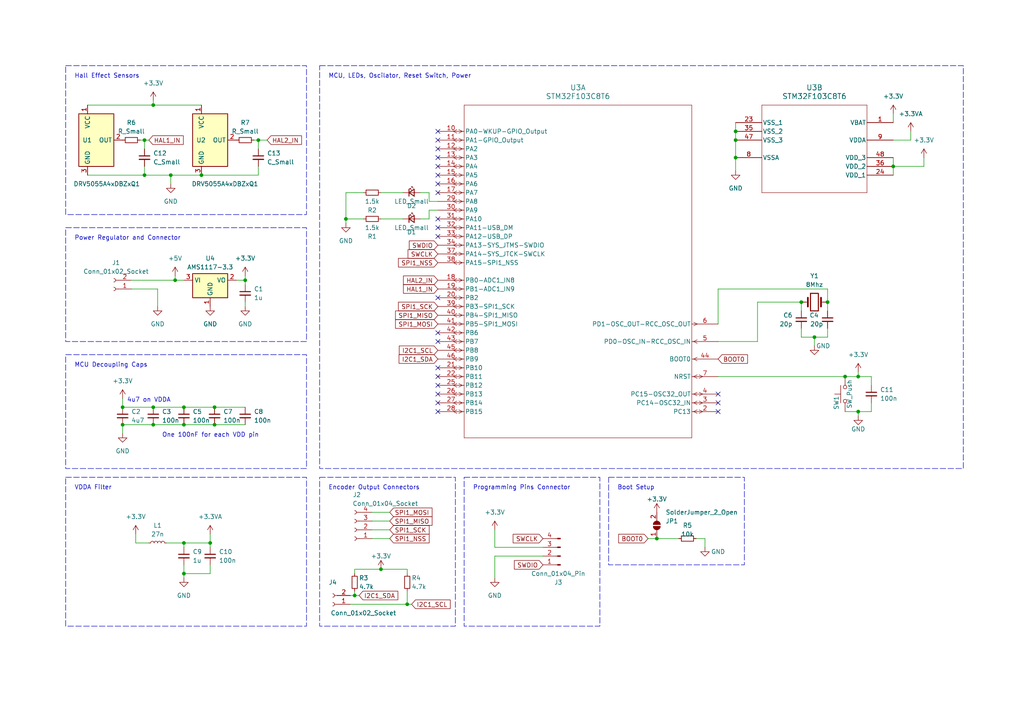
<source format=kicad_sch>
(kicad_sch (version 20230121) (generator eeschema)
  (paper "A4")
  (title_block (title "Mag Encoder ") (date "2024-09-25") (rev "0.1") (company "Victor Zhang"))
  (lib_symbols
    (symbol "Conn_01x02_Socket_1" (pin_names (offset 1.016) hide)
      (property "Reference" "J1" (at -0.635 -7.62 0))
      (property "Value" "Conn_01x02_Socket" (at -0.635 -5.08 0))
      (symbol "Conn_01x02_Socket_1_1_1"
        (arc (start 0 -2.032) (mid -0.5058 -2.54) (end 0 -3.048) (stroke (width 0.1524)))
        (polyline (pts (xy -1.27 -2.54) (xy -0.508 -2.54)) (stroke (width 0.1524)))
        (polyline (pts (xy -1.27 0) (xy -0.508 0)) (stroke (width 0.1524)))
        (arc (start 0 0.508) (mid -0.5058 0) (end 0 -0.508) (stroke (width 0.1524)))
        (pin power_out line (at -5.08 0 0) (length 3.81) (name "Pin_1") (number "1"))
        (pin power_out line (at -5.08 -2.54 0) (length 3.81) (name "Pin_2") (number "2"))
      )
    )
    (symbol "Connector:Conn_01x02_Socket" (pin_names (offset 1.016) hide)
      (property "Reference" "J" (at 0 2.54 0))
      (property "Value" "Conn_01x02_Socket" (at 0 -5.08 0))
      (symbol "Conn_01x02_Socket_1_1"
        (arc (start 0 -2.032) (mid -0.5058 -2.54) (end 0 -3.048) (stroke (width 0.1524)))
        (polyline (pts (xy -1.27 -2.54) (xy -0.508 -2.54)) (stroke (width 0.1524)))
        (polyline (pts (xy -1.27 0) (xy -0.508 0)) (stroke (width 0.1524)))
        (arc (start 0 0.508) (mid -0.5058 0) (end 0 -0.508) (stroke (width 0.1524)))
        (pin passive line (at -5.08 0 0) (length 3.81) (name "Pin_1") (number "1"))
        (pin passive line (at -5.08 -2.54 0) (length 3.81) (name "Pin_2") (number "2"))
      )
    )
    (symbol "Connector:Conn_01x04_Pin" (pin_names (offset 1.016) hide)
      (property "Reference" "J" (at 0 5.08 0))
      (property "Value" "Conn_01x04_Pin" (at 0 -7.62 0))
      (symbol "Conn_01x04_Pin_1_1"
        (polyline (pts (xy 1.27 -5.08) (xy 0.8636 -5.08)) (stroke (width 0.1524)))
        (polyline (pts (xy 1.27 -2.54) (xy 0.8636 -2.54)) (stroke (width 0.1524)))
        (polyline (pts (xy 1.27 0) (xy 0.8636 0)) (stroke (width 0.1524)))
        (polyline (pts (xy 1.27 2.54) (xy 0.8636 2.54)) (stroke (width 0.1524)))
        (rectangle (start 0.8636 -4.953) (end 0 -5.207) (stroke (width 0.1524)) (fill (type outline)))
        (rectangle (start 0.8636 -2.413) (end 0 -2.667) (stroke (width 0.1524)) (fill (type outline)))
        (rectangle (start 0.8636 0.127) (end 0 -0.127) (stroke (width 0.1524)) (fill (type outline)))
        (rectangle (start 0.8636 2.667) (end 0 2.413) (stroke (width 0.1524)) (fill (type outline)))
        (pin passive line (at 5.08 2.54 180) (length 3.81) (name "Pin_1") (number "1"))
        (pin passive line (at 5.08 0 180) (length 3.81) (name "Pin_2") (number "2"))
        (pin passive line (at 5.08 -2.54 180) (length 3.81) (name "Pin_3") (number "3"))
        (pin passive line (at 5.08 -5.08 180) (length 3.81) (name "Pin_4") (number "4"))
      )
    )
    (symbol "Connector:Conn_01x04_Socket" (pin_names (offset 1.016) hide)
      (property "Reference" "J" (at 0 5.08 0))
      (property "Value" "Conn_01x04_Socket" (at 0 -7.62 0))
      (symbol "Conn_01x04_Socket_1_1"
        (arc (start 0 -4.572) (mid -0.5058 -5.08) (end 0 -5.588) (stroke (width 0.1524)))
        (arc (start 0 -2.032) (mid -0.5058 -2.54) (end 0 -3.048) (stroke (width 0.1524)))
        (polyline (pts (xy -1.27 -5.08) (xy -0.508 -5.08)) (stroke (width 0.1524)))
        (polyline (pts (xy -1.27 -2.54) (xy -0.508 -2.54)) (stroke (width 0.1524)))
        (polyline (pts (xy -1.27 0) (xy -0.508 0)) (stroke (width 0.1524)))
        (polyline (pts (xy -1.27 2.54) (xy -0.508 2.54)) (stroke (width 0.1524)))
        (arc (start 0 0.508) (mid -0.5058 0) (end 0 -0.508) (stroke (width 0.1524)))
        (arc (start 0 3.048) (mid -0.5058 2.54) (end 0 2.032) (stroke (width 0.1524)))
        (pin passive line (at -5.08 2.54 0) (length 3.81) (name "Pin_1") (number "1"))
        (pin passive line (at -5.08 0 0) (length 3.81) (name "Pin_2") (number "2"))
        (pin passive line (at -5.08 -2.54 0) (length 3.81) (name "Pin_3") (number "3"))
        (pin passive line (at -5.08 -5.08 0) (length 3.81) (name "Pin_4") (number "4"))
      )
    )
    (symbol "Device:C_Small" (pin_numbers hide) (pin_names (offset 0.254) hide)
      (property "Reference" "C" (at 0.254 1.778 0))
      (property "Value" "C_Small" (at 0.254 -2.032 0))
      (symbol "C_Small_0_1"
        (polyline (pts (xy -1.524 -0.508) (xy 1.524 -0.508)) (stroke (width 0.3302)))
        (polyline (pts (xy -1.524 0.508) (xy 1.524 0.508)) (stroke (width 0.3048)))
      )
      (symbol "C_Small_1_1"
        (pin passive line (at 0 2.54 270) (length 2.032) (name "~") (number "1"))
        (pin passive line (at 0 -2.54 90) (length 2.032) (name "~") (number "2"))
      )
    )
    (symbol "Device:Crystal" (pin_numbers hide) (pin_names (offset 1.016) hide)
      (property "Reference" "Y" (at 0 3.81 0))
      (property "Value" "Crystal" (at 0 -3.81 0))
      (symbol "Crystal_0_1"
        (rectangle (start -1.143 2.54) (end 1.143 -2.54) (stroke (width 0.3048)))
        (polyline (pts (xy -2.54 0) (xy -1.905 0)))
        (polyline (pts (xy -1.905 -1.27) (xy -1.905 1.27)) (stroke (width 0.508)))
        (polyline (pts (xy 1.905 -1.27) (xy 1.905 1.27)) (stroke (width 0.508)))
        (polyline (pts (xy 2.54 0) (xy 1.905 0)))
      )
      (symbol "Crystal_1_1"
        (pin passive line (at -3.81 0 0) (length 1.27) (name "1") (number "1"))
        (pin passive line (at 3.81 0 180) (length 1.27) (name "2") (number "2"))
      )
    )
    (symbol "Device:LED_Small" (pin_numbers hide) (pin_names (offset 0.254) hide)
      (property "Reference" "D" (at -1.27 3.175 0))
      (property "Value" "LED_Small" (at -4.445 -2.54 0))
      (symbol "LED_Small_0_1"
        (polyline (pts (xy -0.762 -1.016) (xy -0.762 1.016)) (stroke (width 0.254)))
        (polyline (pts (xy 1.016 0) (xy -0.762 0)))
        (polyline (pts (xy 0.762 -1.016) (xy -0.762 0) (xy 0.762 1.016) (xy 0.762 -1.016)) (stroke (width 0.254)))
        (polyline (pts (xy 0 0.762) (xy -0.508 1.27) (xy -0.254 1.27) (xy -0.508 1.27) (xy -0.508 1.016)))
        (polyline (pts (xy 0.508 1.27) (xy 0 1.778) (xy 0.254 1.778) (xy 0 1.778) (xy 0 1.524)))
      )
      (symbol "LED_Small_1_1"
        (pin passive line (at -2.54 0 0) (length 1.778) (name "K") (number "1"))
        (pin passive line (at 2.54 0 180) (length 1.778) (name "A") (number "2"))
      )
    )
    (symbol "Device:L_Small" (pin_numbers hide) (pin_names (offset 0.254) hide)
      (property "Reference" "L" (at 0.762 1.016 0))
      (property "Value" "L_Small" (at 0.762 -1.016 0))
      (symbol "L_Small_0_1"
        (arc (start 0 -2.032) (mid 0.5058 -1.524) (end 0 -1.016))
        (arc (start 0 -1.016) (mid 0.5058 -0.508) (end 0 0))
        (arc (start 0 0) (mid 0.5058 0.508) (end 0 1.016))
        (arc (start 0 1.016) (mid 0.5058 1.524) (end 0 2.032))
      )
      (symbol "L_Small_1_1"
        (pin passive line (at 0 2.54 270) (length 0.508) (name "~") (number "1"))
        (pin passive line (at 0 -2.54 90) (length 0.508) (name "~") (number "2"))
      )
    )
    (symbol "Device:R_Small" (pin_numbers hide) (pin_names (offset 0.254) hide)
      (property "Reference" "R" (at 0.762 0.508 0))
      (property "Value" "R_Small" (at 0.762 -1.016 0))
      (symbol "R_Small_0_1"
        (rectangle (start -0.762 1.778) (end 0.762 -1.778) (stroke (width 0.2032)))
      )
      (symbol "R_Small_1_1"
        (pin passive line (at 0 2.54 270) (length 0.762) (name "~") (number "1"))
        (pin passive line (at 0 -2.54 90) (length 0.762) (name "~") (number "2"))
      )
    )
    (symbol "Jumper:SolderJumper_2_Open" (pin_names (offset 0) hide)
      (property "Reference" "JP" (at 0 2.032 0))
      (property "Value" "SolderJumper_2_Open" (at 0 -2.54 0))
      (symbol "SolderJumper_2_Open_0_1"
        (arc (start -0.254 1.016) (mid -1.2656 0) (end -0.254 -1.016))
        (arc (start -0.254 1.016) (mid -1.2656 0) (end -0.254 -1.016) (fill (type outline)))
        (polyline (pts (xy -0.254 1.016) (xy -0.254 -1.016)))
        (polyline (pts (xy 0.254 1.016) (xy 0.254 -1.016)))
        (arc (start 0.254 -1.016) (mid 1.2656 0) (end 0.254 1.016))
        (arc (start 0.254 -1.016) (mid 1.2656 0) (end 0.254 1.016) (fill (type outline)))
      )
      (symbol "SolderJumper_2_Open_1_1"
        (pin passive line (at -3.81 0 0) (length 2.54) (name "A") (number "1"))
        (pin passive line (at 3.81 0 180) (length 2.54) (name "B") (number "2"))
      )
    )
    (symbol "Regulator_Linear:AMS1117-3.3"
      (property "Reference" "U" (at -3.81 3.175 0))
      (property "Value" "AMS1117-3.3" (at 0 3.175 0))
      (symbol "AMS1117-3.3_0_1"
        (rectangle (start -5.08 -5.08) (end 5.08 1.905) (stroke (width 0.254)) (fill (type background)))
      )
      (symbol "AMS1117-3.3_1_1"
        (pin power_in line (at 0 -7.62 90) (length 2.54) (name "GND") (number "1"))
        (pin power_out line (at 7.62 0 180) (length 2.54) (name "VO") (number "2"))
        (pin power_in line (at -7.62 0 0) (length 2.54) (name "VI") (number "3"))
      )
    )
    (symbol "STM32F103C8T6:STM32F103C8T6" (pin_names (offset 0.254))
      (property "Reference" "U" (at 40.64 12.7 0))
      (property "Value" "STM32F103C8T6" (at 40.64 10.16 0))
      (symbol "STM32F103C8T6_1_1"
        (polyline (pts (xy 5.5372 -81.8007) (xy 4.4958 -81.28)) (stroke (width 0.127)))
        (polyline (pts (xy 5.5372 -80.7593) (xy 4.4958 -81.28)) (stroke (width 0.127)))
        (polyline (pts (xy 5.5372 -79.2607) (xy 4.4958 -78.74)) (stroke (width 0.127)))
        (polyline (pts (xy 5.5372 -78.2193) (xy 4.4958 -78.74)) (stroke (width 0.127)))
        (polyline (pts (xy 5.5372 -76.7207) (xy 4.4958 -76.2)) (stroke (width 0.127)))
        (polyline (pts (xy 5.5372 -75.6793) (xy 4.4958 -76.2)) (stroke (width 0.127)))
        (polyline (pts (xy 5.5372 -74.1807) (xy 4.4958 -73.66)) (stroke (width 0.127)))
        (polyline (pts (xy 5.5372 -73.1393) (xy 4.4958 -73.66)) (stroke (width 0.127)))
        (polyline (pts (xy 5.5372 -71.6407) (xy 4.4958 -71.12)) (stroke (width 0.127)))
        (polyline (pts (xy 5.5372 -70.5993) (xy 4.4958 -71.12)) (stroke (width 0.127)))
        (polyline (pts (xy 5.5372 -69.1007) (xy 4.4958 -68.58)) (stroke (width 0.127)))
        (polyline (pts (xy 5.5372 -68.0593) (xy 4.4958 -68.58)) (stroke (width 0.127)))
        (polyline (pts (xy 5.5372 -66.5607) (xy 4.4958 -66.04)) (stroke (width 0.127)))
        (polyline (pts (xy 5.5372 -65.5193) (xy 4.4958 -66.04)) (stroke (width 0.127)))
        (polyline (pts (xy 5.5372 -64.0207) (xy 4.4958 -63.5)) (stroke (width 0.127)))
        (polyline (pts (xy 5.5372 -62.9793) (xy 4.4958 -63.5)) (stroke (width 0.127)))
        (polyline (pts (xy 5.5372 -61.4807) (xy 4.4958 -60.96)) (stroke (width 0.127)))
        (polyline (pts (xy 5.5372 -60.4393) (xy 4.4958 -60.96)) (stroke (width 0.127)))
        (polyline (pts (xy 5.5372 -58.9407) (xy 4.4958 -58.42)) (stroke (width 0.127)))
        (polyline (pts (xy 5.5372 -57.8993) (xy 4.4958 -58.42)) (stroke (width 0.127)))
        (polyline (pts (xy 5.5372 -56.4007) (xy 4.4958 -55.88)) (stroke (width 0.127)))
        (polyline (pts (xy 5.5372 -55.3593) (xy 4.4958 -55.88)) (stroke (width 0.127)))
        (polyline (pts (xy 5.5372 -53.8607) (xy 4.4958 -53.34)) (stroke (width 0.127)))
        (polyline (pts (xy 5.5372 -52.8193) (xy 4.4958 -53.34)) (stroke (width 0.127)))
        (polyline (pts (xy 5.5372 -51.3207) (xy 4.4958 -50.8)) (stroke (width 0.127)))
        (polyline (pts (xy 5.5372 -50.2793) (xy 4.4958 -50.8)) (stroke (width 0.127)))
        (polyline (pts (xy 5.5372 -48.7807) (xy 4.4958 -48.26)) (stroke (width 0.127)))
        (polyline (pts (xy 5.5372 -47.7393) (xy 4.4958 -48.26)) (stroke (width 0.127)))
        (polyline (pts (xy 5.5372 -46.2407) (xy 4.4958 -45.72)) (stroke (width 0.127)))
        (polyline (pts (xy 5.5372 -45.1993) (xy 4.4958 -45.72)) (stroke (width 0.127)))
        (polyline (pts (xy 5.5372 -43.7007) (xy 4.4958 -43.18)) (stroke (width 0.127)))
        (polyline (pts (xy 5.5372 -42.6593) (xy 4.4958 -43.18)) (stroke (width 0.127)))
        (polyline (pts (xy 5.5372 -38.6207) (xy 4.4958 -38.1)) (stroke (width 0.127)))
        (polyline (pts (xy 5.5372 -37.5793) (xy 4.4958 -38.1)) (stroke (width 0.127)))
        (polyline (pts (xy 5.5372 -36.0807) (xy 4.4958 -35.56)) (stroke (width 0.127)))
        (polyline (pts (xy 5.5372 -35.0393) (xy 4.4958 -35.56)) (stroke (width 0.127)))
        (polyline (pts (xy 5.5372 -33.5407) (xy 4.4958 -33.02)) (stroke (width 0.127)))
        (polyline (pts (xy 5.5372 -32.4993) (xy 4.4958 -33.02)) (stroke (width 0.127)))
        (polyline (pts (xy 5.5372 -31.0007) (xy 4.4958 -30.48)) (stroke (width 0.127)))
        (polyline (pts (xy 5.5372 -29.9593) (xy 4.4958 -30.48)) (stroke (width 0.127)))
        (polyline (pts (xy 5.5372 -28.4607) (xy 4.4958 -27.94)) (stroke (width 0.127)))
        (polyline (pts (xy 5.5372 -27.4193) (xy 4.4958 -27.94)) (stroke (width 0.127)))
        (polyline (pts (xy 5.5372 -25.9207) (xy 4.4958 -25.4)) (stroke (width 0.127)))
        (polyline (pts (xy 5.5372 -24.8793) (xy 4.4958 -25.4)) (stroke (width 0.127)))
        (polyline (pts (xy 5.5372 -23.3807) (xy 4.4958 -22.86)) (stroke (width 0.127)))
        (polyline (pts (xy 5.5372 -22.3393) (xy 4.4958 -22.86)) (stroke (width 0.127)))
        (polyline (pts (xy 5.5372 -20.8407) (xy 4.4958 -20.32)) (stroke (width 0.127)))
        (polyline (pts (xy 5.5372 -19.7993) (xy 4.4958 -20.32)) (stroke (width 0.127)))
        (polyline (pts (xy 5.5372 -18.3007) (xy 4.4958 -17.78)) (stroke (width 0.127)))
        (polyline (pts (xy 5.5372 -17.2593) (xy 4.4958 -17.78)) (stroke (width 0.127)))
        (polyline (pts (xy 5.5372 -15.7607) (xy 4.4958 -15.24)) (stroke (width 0.127)))
        (polyline (pts (xy 5.5372 -14.7193) (xy 4.4958 -15.24)) (stroke (width 0.127)))
        (polyline (pts (xy 5.5372 -13.2207) (xy 4.4958 -12.7)) (stroke (width 0.127)))
        (polyline (pts (xy 5.5372 -12.1793) (xy 4.4958 -12.7)) (stroke (width 0.127)))
        (polyline (pts (xy 5.5372 -10.6807) (xy 4.4958 -10.16)) (stroke (width 0.127)))
        (polyline (pts (xy 5.5372 -9.6393) (xy 4.4958 -10.16)) (stroke (width 0.127)))
        (polyline (pts (xy 5.5372 -8.1407) (xy 4.4958 -7.62)) (stroke (width 0.127)))
        (polyline (pts (xy 5.5372 -7.0993) (xy 4.4958 -7.62)) (stroke (width 0.127)))
        (polyline (pts (xy 5.5372 -5.6007) (xy 4.4958 -5.08)) (stroke (width 0.127)))
        (polyline (pts (xy 5.5372 -4.5593) (xy 4.4958 -5.08)) (stroke (width 0.127)))
        (polyline (pts (xy 5.5372 -3.0607) (xy 4.4958 -2.54)) (stroke (width 0.127)))
        (polyline (pts (xy 5.5372 -2.0193) (xy 4.4958 -2.54)) (stroke (width 0.127)))
        (polyline (pts (xy 5.5372 -0.5207) (xy 4.4958 0)) (stroke (width 0.127)))
        (polyline (pts (xy 5.5372 0.5207) (xy 4.4958 0)) (stroke (width 0.127)))
        (polyline (pts (xy 7.0993 -81.28) (xy 6.0579 -81.8007)) (stroke (width 0.127)))
        (polyline (pts (xy 7.0993 -81.28) (xy 6.0579 -80.7593)) (stroke (width 0.127)))
        (polyline (pts (xy 7.0993 -78.74) (xy 6.0579 -79.2607)) (stroke (width 0.127)))
        (polyline (pts (xy 7.0993 -78.74) (xy 6.0579 -78.2193)) (stroke (width 0.127)))
        (polyline (pts (xy 7.0993 -76.2) (xy 6.0579 -76.7207)) (stroke (width 0.127)))
        (polyline (pts (xy 7.0993 -76.2) (xy 6.0579 -75.6793)) (stroke (width 0.127)))
        (polyline (pts (xy 7.0993 -73.66) (xy 6.0579 -74.1807)) (stroke (width 0.127)))
        (polyline (pts (xy 7.0993 -73.66) (xy 6.0579 -73.1393)) (stroke (width 0.127)))
        (polyline (pts (xy 7.0993 -71.12) (xy 6.0579 -71.6407)) (stroke (width 0.127)))
        (polyline (pts (xy 7.0993 -71.12) (xy 6.0579 -70.5993)) (stroke (width 0.127)))
        (polyline (pts (xy 7.0993 -68.58) (xy 6.0579 -69.1007)) (stroke (width 0.127)))
        (polyline (pts (xy 7.0993 -68.58) (xy 6.0579 -68.0593)) (stroke (width 0.127)))
        (polyline (pts (xy 7.0993 -66.04) (xy 6.0579 -66.5607)) (stroke (width 0.127)))
        (polyline (pts (xy 7.0993 -66.04) (xy 6.0579 -65.5193)) (stroke (width 0.127)))
        (polyline (pts (xy 7.0993 -63.5) (xy 6.0579 -64.0207)) (stroke (width 0.127)))
        (polyline (pts (xy 7.0993 -63.5) (xy 6.0579 -62.9793)) (stroke (width 0.127)))
        (polyline (pts (xy 7.0993 -60.96) (xy 6.0579 -61.4807)) (stroke (width 0.127)))
        (polyline (pts (xy 7.0993 -60.96) (xy 6.0579 -60.4393)) (stroke (width 0.127)))
        (polyline (pts (xy 7.0993 -58.42) (xy 6.0579 -58.9407)) (stroke (width 0.127)))
        (polyline (pts (xy 7.0993 -58.42) (xy 6.0579 -57.8993)) (stroke (width 0.127)))
        (polyline (pts (xy 7.0993 -55.88) (xy 6.0579 -56.4007)) (stroke (width 0.127)))
        (polyline (pts (xy 7.0993 -55.88) (xy 6.0579 -55.3593)) (stroke (width 0.127)))
        (polyline (pts (xy 7.0993 -53.34) (xy 6.0579 -53.8607)) (stroke (width 0.127)))
        (polyline (pts (xy 7.0993 -53.34) (xy 6.0579 -52.8193)) (stroke (width 0.127)))
        (polyline (pts (xy 7.0993 -50.8) (xy 6.0579 -51.3207)) (stroke (width 0.127)))
        (polyline (pts (xy 7.0993 -50.8) (xy 6.0579 -50.2793)) (stroke (width 0.127)))
        (polyline (pts (xy 7.0993 -48.26) (xy 6.0579 -48.7807)) (stroke (width 0.127)))
        (polyline (pts (xy 7.0993 -48.26) (xy 6.0579 -47.7393)) (stroke (width 0.127)))
        (polyline (pts (xy 7.0993 -45.72) (xy 6.0579 -46.2407)) (stroke (width 0.127)))
        (polyline (pts (xy 7.0993 -45.72) (xy 6.0579 -45.1993)) (stroke (width 0.127)))
        (polyline (pts (xy 7.0993 -43.18) (xy 6.0579 -43.7007)) (stroke (width 0.127)))
        (polyline (pts (xy 7.0993 -43.18) (xy 6.0579 -42.6593)) (stroke (width 0.127)))
        (polyline (pts (xy 7.0993 -38.1) (xy 6.0579 -38.6207)) (stroke (width 0.127)))
        (polyline (pts (xy 7.0993 -38.1) (xy 6.0579 -37.5793)) (stroke (width 0.127)))
        (polyline (pts (xy 7.0993 -35.56) (xy 6.0579 -36.0807)) (stroke (width 0.127)))
        (polyline (pts (xy 7.0993 -35.56) (xy 6.0579 -35.0393)) (stroke (width 0.127)))
        (polyline (pts (xy 7.0993 -33.02) (xy 6.0579 -33.5407)) (stroke (width 0.127)))
        (polyline (pts (xy 7.0993 -33.02) (xy 6.0579 -32.4993)) (stroke (width 0.127)))
        (polyline (pts (xy 7.0993 -30.48) (xy 6.0579 -31.0007)) (stroke (width 0.127)))
        (polyline (pts (xy 7.0993 -30.48) (xy 6.0579 -29.9593)) (stroke (width 0.127)))
        (polyline (pts (xy 7.0993 -27.94) (xy 6.0579 -28.4607)) (stroke (width 0.127)))
        (polyline (pts (xy 7.0993 -27.94) (xy 6.0579 -27.4193)) (stroke (width 0.127)))
        (polyline (pts (xy 7.0993 -25.4) (xy 6.0579 -25.9207)) (stroke (width 0.127)))
        (polyline (pts (xy 7.0993 -25.4) (xy 6.0579 -24.8793)) (stroke (width 0.127)))
        (polyline (pts (xy 7.0993 -22.86) (xy 6.0579 -23.3807)) (stroke (width 0.127)))
        (polyline (pts (xy 7.0993 -22.86) (xy 6.0579 -22.3393)) (stroke (width 0.127)))
        (polyline (pts (xy 7.0993 -20.32) (xy 6.0579 -20.8407)) (stroke (width 0.127)))
        (polyline (pts (xy 7.0993 -20.32) (xy 6.0579 -19.7993)) (stroke (width 0.127)))
        (polyline (pts (xy 7.0993 -17.78) (xy 6.0579 -18.3007)) (stroke (width 0.127)))
        (polyline (pts (xy 7.0993 -17.78) (xy 6.0579 -17.2593)) (stroke (width 0.127)))
        (polyline (pts (xy 7.0993 -15.24) (xy 6.0579 -15.7607)) (stroke (width 0.127)))
        (polyline (pts (xy 7.0993 -15.24) (xy 6.0579 -14.7193)) (stroke (width 0.127)))
        (polyline (pts (xy 7.0993 -12.7) (xy 6.0579 -13.2207)) (stroke (width 0.127)))
        (polyline (pts (xy 7.0993 -12.7) (xy 6.0579 -12.1793)) (stroke (width 0.127)))
        (polyline (pts (xy 7.0993 -10.16) (xy 6.0579 -10.6807)) (stroke (width 0.127)))
        (polyline (pts (xy 7.0993 -10.16) (xy 6.0579 -9.6393)) (stroke (width 0.127)))
        (polyline (pts (xy 7.0993 -7.62) (xy 6.0579 -8.1407)) (stroke (width 0.127)))
        (polyline (pts (xy 7.0993 -7.62) (xy 6.0579 -7.0993)) (stroke (width 0.127)))
        (polyline (pts (xy 7.0993 -5.08) (xy 6.0579 -5.6007)) (stroke (width 0.127)))
        (polyline (pts (xy 7.0993 -5.08) (xy 6.0579 -4.5593)) (stroke (width 0.127)))
        (polyline (pts (xy 7.0993 -2.54) (xy 6.0579 -3.0607)) (stroke (width 0.127)))
        (polyline (pts (xy 7.0993 -2.54) (xy 6.0579 -2.0193)) (stroke (width 0.127)))
        (polyline (pts (xy 7.0993 0) (xy 6.0579 -0.5207)) (stroke (width 0.127)))
        (polyline (pts (xy 7.0993 0) (xy 6.0579 0.5207)) (stroke (width 0.127)))
        (polyline (pts (xy 7.62 -88.9) (xy 73.66 -88.9)) (stroke (width 0.127)))
        (polyline (pts (xy 7.62 7.62) (xy 7.62 -88.9)) (stroke (width 0.127)))
        (polyline (pts (xy 73.66 -88.9) (xy 73.66 7.62)) (stroke (width 0.127)))
        (polyline (pts (xy 73.66 7.62) (xy 7.62 7.62)) (stroke (width 0.127)))
        (polyline (pts (xy 74.1807 -81.28) (xy 75.2221 -81.8007)) (stroke (width 0.127)))
        (polyline (pts (xy 74.1807 -81.28) (xy 75.2221 -80.7593)) (stroke (width 0.127)))
        (polyline (pts (xy 74.1807 -78.74) (xy 75.2221 -79.2607)) (stroke (width 0.127)))
        (polyline (pts (xy 74.1807 -78.74) (xy 75.2221 -78.2193)) (stroke (width 0.127)))
        (polyline (pts (xy 74.1807 -76.2) (xy 75.2221 -76.7207)) (stroke (width 0.127)))
        (polyline (pts (xy 74.1807 -76.2) (xy 75.2221 -75.6793)) (stroke (width 0.127)))
        (polyline (pts (xy 74.1807 -71.12) (xy 75.2221 -71.6407)) (stroke (width 0.127)))
        (polyline (pts (xy 74.1807 -71.12) (xy 75.2221 -70.5993)) (stroke (width 0.127)))
        (polyline (pts (xy 74.1807 -66.04) (xy 75.2221 -66.5607)) (stroke (width 0.127)))
        (polyline (pts (xy 74.1807 -66.04) (xy 75.2221 -65.5193)) (stroke (width 0.127)))
        (polyline (pts (xy 74.1807 -60.96) (xy 75.2221 -61.4807)) (stroke (width 0.127)))
        (polyline (pts (xy 74.1807 -60.96) (xy 75.2221 -60.4393)) (stroke (width 0.127)))
        (polyline (pts (xy 74.1807 -56.4007) (xy 75.2221 -55.88)) (stroke (width 0.127)))
        (polyline (pts (xy 74.1807 -55.3593) (xy 75.2221 -55.88)) (stroke (width 0.127)))
        (polyline (pts (xy 75.7428 -81.8007) (xy 76.7842 -81.28)) (stroke (width 0.127)))
        (polyline (pts (xy 75.7428 -80.7593) (xy 76.7842 -81.28)) (stroke (width 0.127)))
        (polyline (pts (xy 75.7428 -79.2607) (xy 76.7842 -78.74)) (stroke (width 0.127)))
        (polyline (pts (xy 75.7428 -78.2193) (xy 76.7842 -78.74)) (stroke (width 0.127)))
        (polyline (pts (xy 75.7428 -76.7207) (xy 76.7842 -76.2)) (stroke (width 0.127)))
        (polyline (pts (xy 75.7428 -75.6793) (xy 76.7842 -76.2)) (stroke (width 0.127)))
        (polyline (pts (xy 75.7428 -71.6407) (xy 76.7842 -71.12)) (stroke (width 0.127)))
        (polyline (pts (xy 75.7428 -70.5993) (xy 76.7842 -71.12)) (stroke (width 0.127)))
        (pin unspecified line (at 0 0 0) (length 7.62) (name "PA0-WKUP-GPIO_Output") (number "10"))
        (pin unspecified line (at 0 -2.54 0) (length 7.62) (name "PA1-GPIO_Output") (number "11"))
        (pin bidirectional line (at 0 -5.08 0) (length 7.62) (name "PA2") (number "12"))
        (pin bidirectional line (at 0 -7.62 0) (length 7.62) (name "PA3") (number "13"))
        (pin bidirectional line (at 0 -10.16 0) (length 7.62) (name "PA4") (number "14"))
        (pin bidirectional line (at 0 -12.7 0) (length 7.62) (name "PA5") (number "15"))
        (pin bidirectional line (at 0 -15.24 0) (length 7.62) (name "PA6") (number "16"))
        (pin bidirectional line (at 0 -17.78 0) (length 7.62) (name "PA7") (number "17"))
        (pin unspecified line (at 0 -43.18 0) (length 7.62) (name "PB0-ADC1_IN8") (number "18"))
        (pin unspecified line (at 0 -45.72 0) (length 7.62) (name "PB1-ADC1_IN9") (number "19"))
        (pin bidirectional line (at 81.28 -81.28 180) (length 7.62) (name "PC13") (number "2"))
        (pin bidirectional line (at 0 -48.26 0) (length 7.62) (name "PB2") (number "20"))
        (pin bidirectional line (at 0 -68.58 0) (length 7.62) (name "PB10") (number "21"))
        (pin bidirectional line (at 0 -71.12 0) (length 7.62) (name "PB11") (number "22"))
        (pin bidirectional line (at 0 -73.66 0) (length 7.62) (name "PB12") (number "25"))
        (pin bidirectional line (at 0 -76.2 0) (length 7.62) (name "PB13") (number "26"))
        (pin bidirectional line (at 0 -78.74 0) (length 7.62) (name "PB14") (number "27"))
        (pin bidirectional line (at 0 -81.28 0) (length 7.62) (name "PB15") (number "28"))
        (pin bidirectional line (at 0 -20.32 0) (length 7.62) (name "PA8") (number "29"))
        (pin bidirectional line (at 81.28 -78.74 180) (length 7.62) (name "PC14-OSC32_IN") (number "3"))
        (pin bidirectional line (at 0 -22.86 0) (length 7.62) (name "PA9") (number "30"))
        (pin bidirectional line (at 0 -25.4 0) (length 7.62) (name "PA10") (number "31"))
        (pin unspecified line (at 0 -27.94 0) (length 7.62) (name "PA11-USB_DM") (number "32"))
        (pin unspecified line (at 0 -30.48 0) (length 7.62) (name "PA12-USB_DP") (number "33"))
        (pin unspecified line (at 0 -33.02 0) (length 7.62) (name "PA13-SYS_JTMS-SWDIO") (number "34"))
        (pin unspecified line (at 0 -35.56 0) (length 7.62) (name "PA14-SYS_JTCK-SWCLK") (number "37"))
        (pin unspecified line (at 0 -38.1 0) (length 7.62) (name "PA15-SPI1_NSS") (number "38"))
        (pin unspecified line (at 0 -50.8 0) (length 7.62) (name "PB3-SPI1_SCK") (number "39"))
        (pin bidirectional line (at 81.28 -76.2 180) (length 7.62) (name "PC15-OSC32_OUT") (number "4"))
        (pin unspecified line (at 0 -53.34 0) (length 7.62) (name "PB4-SPI1_MISO") (number "40"))
        (pin unspecified line (at 0 -55.88 0) (length 7.62) (name "PB5-SPI1_MOSI") (number "41"))
        (pin bidirectional line (at 0 -58.42 0) (length 7.62) (name "PB6") (number "42"))
        (pin bidirectional line (at 0 -60.96 0) (length 7.62) (name "PB7") (number "43"))
        (pin input line (at 81.28 -66.04 180) (length 7.62) (name "BOOT0") (number "44"))
        (pin bidirectional line (at 0 -63.5 0) (length 7.62) (name "PB8") (number "45"))
        (pin bidirectional line (at 0 -66.04 0) (length 7.62) (name "PB9") (number "46"))
        (pin unspecified line (at 81.28 -60.96 180) (length 7.62) (name "PD0-OSC_IN-RCC_OSC_IN") (number "5"))
        (pin unspecified line (at 81.28 -55.88 180) (length 7.62) (name "PD1-OSC_OUT-RCC_OSC_OUT") (number "6"))
        (pin bidirectional line (at 81.28 -71.12 180) (length 7.62) (name "NRST") (number "7"))
      )
      (symbol "STM32F103C8T6_2_1"
        (polyline (pts (xy 7.62 -20.32) (xy 38.1 -20.32)) (stroke (width 0.127)))
        (polyline (pts (xy 7.62 5.08) (xy 7.62 -20.32)) (stroke (width 0.127)))
        (polyline (pts (xy 38.1 -20.32) (xy 38.1 5.08)) (stroke (width 0.127)))
        (polyline (pts (xy 38.1 5.08) (xy 7.62 5.08)) (stroke (width 0.127)))
        (pin power_in line (at 45.72 0 180) (length 7.62) (name "VBAT") (number "1"))
        (pin power_in line (at 0 0 0) (length 7.62) (name "VSS_1") (number "23"))
        (pin power_in line (at 45.72 -15.24 180) (length 7.62) (name "VDD_1") (number "24"))
        (pin power_in line (at 0 -2.54 0) (length 7.62) (name "VSS_2") (number "35"))
        (pin power_in line (at 45.72 -12.7 180) (length 7.62) (name "VDD_2") (number "36"))
        (pin power_in line (at 0 -5.08 0) (length 7.62) (name "VSS_3") (number "47"))
        (pin power_in line (at 45.72 -10.16 180) (length 7.62) (name "VDD_3") (number "48"))
        (pin power_in line (at 0 -10.16 0) (length 7.62) (name "VSSA") (number "8"))
        (pin power_in line (at 45.72 -5.08 180) (length 7.62) (name "VDDA") (number "9"))
      )
    )
    (symbol "Sensor_Magnetic:DRV5055A4xDBZxQ1"
      (property "Reference" "U" (at 2.54 12.7 0))
      (property "Value" "DRV5055A4xDBZxQ1" (at 2.54 10.16 0))
      (symbol "DRV5055A4xDBZxQ1_1_1"
        (rectangle (start -5.08 7.62) (end 5.08 -7.62) (stroke (width 0.254)) (fill (type background)))
        (pin power_in line (at -2.54 10.16 270) (length 2.54) (name "VCC") (number "1"))
        (pin output line (at 7.62 0 180) (length 2.54) (name "OUT") (number "2"))
        (pin power_in line (at -2.54 -10.16 90) (length 2.54) (name "GND") (number "3"))
      )
    )
    (symbol "Switch:SW_Push" (pin_numbers hide) (pin_names (offset 1.016) hide)
      (property "Reference" "SW" (at 1.27 2.54 0))
      (property "Value" "SW_Push" (at 0 -1.524 0))
      (symbol "SW_Push_0_1"
        (circle (center -2.032 0) (radius 0.508))
        (polyline (pts (xy 0 1.27) (xy 0 3.048)))
        (polyline (pts (xy 2.54 1.27) (xy -2.54 1.27)))
        (circle (center 2.032 0) (radius 0.508))
        (pin passive line (at -5.08 0 0) (length 2.54) (name "1") (number "1"))
        (pin passive line (at 5.08 0 180) (length 2.54) (name "2") (number "2"))
      )
    )
    (symbol "power:+3.3V" (power) (pin_names (offset 0))
      (property "Value" "+3.3V" (at 0 3.556 0))
      (symbol "+3.3V_0_1"
        (polyline (pts (xy -0.762 1.27) (xy 0 2.54)))
        (polyline (pts (xy 0 0) (xy 0 2.54)))
        (polyline (pts (xy 0 2.54) (xy 0.762 1.27)))
      )
      (symbol "+3.3V_1_1"
        (pin power_in line (at 0 0 90) (length 0) hide (name "+3.3V") (number "1"))
      )
    )
    (symbol "power:+3.3VA" (power) (pin_names (offset 0))
      (property "Value" "+3.3VA" (at 0 3.556 0))
      (symbol "+3.3VA_0_1"
        (polyline (pts (xy -0.762 1.27) (xy 0 2.54)))
        (polyline (pts (xy 0 0) (xy 0 2.54)))
        (polyline (pts (xy 0 2.54) (xy 0.762 1.27)))
      )
      (symbol "+3.3VA_1_1"
        (pin power_in line (at 0 0 90) (length 0) hide (name "+3.3VA") (number "1"))
      )
    )
    (symbol "power:+5V" (power) (pin_names (offset 0))
      (property "Value" "+5V" (at 0 3.556 0))
      (symbol "+5V_0_1"
        (polyline (pts (xy -0.762 1.27) (xy 0 2.54)))
        (polyline (pts (xy 0 0) (xy 0 2.54)))
        (polyline (pts (xy 0 2.54) (xy 0.762 1.27)))
      )
      (symbol "+5V_1_1"
        (pin power_in line (at 0 0 90) (length 0) hide (name "+5V") (number "1"))
      )
    )
    (symbol "power:GND" (power) (pin_names (offset 0))
      (property "Value" "GND" (at 0 -3.81 0))
      (symbol "GND_0_1"
        (polyline (pts (xy 0 0) (xy 0 -1.27) (xy 1.27 -1.27) (xy 0 -2.54) (xy -1.27 -1.27) (xy 0 -1.27)))
      )
      (symbol "GND_1_1"
        (pin power_in line (at 0 0 270) (length 0) hide (name "GND") (number "1"))
      )
    )
  )
  (junction (at 58.42 50.8))
  (junction (at 118.11 175.26))
  (junction (at 248.92 119.38))
  (junction (at 53.34 157.48))
  (junction (at 71.12 81.28))
  (junction (at 62.23 118.11))
  (junction (at 49.53 50.8))
  (junction (at 53.34 123.19))
  (junction (at 62.23 123.19))
  (junction (at 190.5 156.21))
  (junction (at 41.91 50.8))
  (junction (at 60.96 157.48))
  (junction (at 44.45 123.19))
  (junction (at 41.91 40.64))
  (junction (at 100.33 63.5))
  (junction (at 35.56 123.19))
  (junction (at 213.36 40.64))
  (junction (at 74.93 40.64))
  (junction (at 259.08 48.26))
  (junction (at 236.22 97.79))
  (junction (at 50.8 81.28))
  (junction (at 44.45 30.48))
  (junction (at 110.49 165.1))
  (junction (at 213.36 45.72))
  (junction (at 53.34 118.11))
  (junction (at 232.41 87.63))
  (junction (at 248.92 109.22))
  (junction (at 245.11 109.22))
  (junction (at 35.56 118.11))
  (junction (at 213.36 38.1))
  (junction (at 102.87 172.72))
  (junction (at 240.03 87.63))
  (junction (at 44.45 118.11))
  (junction (at 53.34 166.37))
  (no_connect (at 127 114.3))
  (no_connect (at 127 99.06))
  (no_connect (at 127 109.22))
  (no_connect (at 208.28 114.3))
  (no_connect (at 127 40.64))
  (no_connect (at 208.28 116.84))
  (no_connect (at 127 63.5))
  (no_connect (at 127 48.26))
  (no_connect (at 127 45.72))
  (no_connect (at 127 96.52))
  (no_connect (at 127 55.88))
  (no_connect (at 127 53.34))
  (no_connect (at 127 43.18))
  (no_connect (at 208.28 119.38))
  (no_connect (at 127 86.36))
  (no_connect (at 127 116.84))
  (no_connect (at 127 38.1))
  (no_connect (at 127 68.58))
  (no_connect (at 127 50.8))
  (no_connect (at 127 111.76))
  (no_connect (at 127 106.68))
  (no_connect (at 127 66.04))
  (no_connect (at 127 119.38))
  (wire (pts (xy 102.87 166.37) (xy 102.87 165.1)))
  (wire (pts (xy 102.87 171.45) (xy 102.87 172.72)))
  (wire (pts (xy 100.33 55.88) (xy 100.33 63.5)))
  (wire (pts (xy 208.28 99.06) (xy 219.71 99.06)))
  (wire (pts (xy 143.51 153.67) (xy 143.51 158.75)))
  (wire (pts (xy 248.92 107.95) (xy 248.92 109.22)))
  (wire (pts (xy 35.56 118.11) (xy 44.45 118.11)))
  (wire (pts (xy 204.47 158.75) (xy 204.47 156.21)))
  (wire (pts (xy 60.96 154.94) (xy 60.96 157.48)))
  (wire (pts (xy 124.46 55.88) (xy 124.46 58.42)))
  (wire (pts (xy 50.8 80.01) (xy 50.8 81.28)))
  (wire (pts (xy 259.08 33.02) (xy 259.08 35.56)))
  (wire (pts (xy 213.36 40.64) (xy 213.36 45.72)))
  (wire (pts (xy 100.33 63.5) (xy 105.41 63.5)))
  (wire (pts (xy 44.45 30.48) (xy 25.4 30.48)))
  (wire (pts (xy 48.26 157.48) (xy 53.34 157.48)))
  (wire (pts (xy 248.92 120.65) (xy 248.92 119.38)))
  (wire (pts (xy 41.91 50.8) (xy 49.53 50.8)))
  (wire (pts (xy 121.92 63.5) (xy 124.46 63.5)))
  (wire (pts (xy 259.08 40.64) (xy 264.16 40.64)))
  (wire (pts (xy 252.73 109.22) (xy 252.73 111.76)))
  (wire (pts (xy 25.4 50.8) (xy 41.91 50.8)))
  (wire (pts (xy 101.6 175.26) (xy 118.11 175.26)))
  (wire (pts (xy 240.03 87.63) (xy 240.03 90.17)))
  (wire (pts (xy 208.28 83.82) (xy 208.28 93.98)))
  (wire (pts (xy 100.33 55.88) (xy 105.41 55.88)))
  (wire (pts (xy 53.34 157.48) (xy 53.34 158.75)))
  (wire (pts (xy 71.12 87.63) (xy 71.12 88.9)))
  (wire (pts (xy 73.66 40.64) (xy 74.93 40.64)))
  (wire (pts (xy 74.93 48.26) (xy 74.93 50.8)))
  (wire (pts (xy 53.34 118.11) (xy 62.23 118.11)))
  (wire (pts (xy 124.46 63.5) (xy 124.46 60.96)))
  (wire (pts (xy 60.96 166.37) (xy 60.96 163.83)))
  (wire (pts (xy 74.93 40.64) (xy 77.47 40.64)))
  (wire (pts (xy 121.92 55.88) (xy 124.46 55.88)))
  (wire (pts (xy 53.34 157.48) (xy 60.96 157.48)))
  (wire (pts (xy 113.03 156.21) (xy 107.95 156.21)))
  (wire (pts (xy 35.56 123.19) (xy 44.45 123.19)))
  (wire (pts (xy 232.41 97.79) (xy 232.41 95.25)))
  (wire (pts (xy 187.96 156.21) (xy 190.5 156.21)))
  (wire (pts (xy 240.03 95.25) (xy 240.03 97.79)))
  (wire (pts (xy 190.5 156.21) (xy 196.85 156.21)))
  (wire (pts (xy 248.92 119.38) (xy 252.73 119.38)))
  (wire (pts (xy 264.16 38.1) (xy 264.16 40.64)))
  (wire (pts (xy 100.33 63.5) (xy 100.33 64.77)))
  (wire (pts (xy 60.96 157.48) (xy 60.96 158.75)))
  (wire (pts (xy 41.91 43.18) (xy 41.91 40.64)))
  (wire (pts (xy 38.1 83.82) (xy 45.72 83.82)))
  (wire (pts (xy 213.36 38.1) (xy 213.36 35.56)))
  (wire (pts (xy 236.22 100.33) (xy 236.22 97.79)))
  (wire (pts (xy 208.28 109.22) (xy 245.11 109.22)))
  (wire (pts (xy 219.71 99.06) (xy 219.71 87.63)))
  (wire (pts (xy 50.8 81.28) (xy 53.34 81.28)))
  (wire (pts (xy 45.72 83.82) (xy 45.72 88.9)))
  (wire (pts (xy 44.45 118.11) (xy 53.34 118.11)))
  (wire (pts (xy 259.08 48.26) (xy 259.08 50.8)))
  (wire (pts (xy 62.23 118.11) (xy 71.12 118.11)))
  (wire (pts (xy 252.73 119.38) (xy 252.73 116.84)))
  (wire (pts (xy 232.41 87.63) (xy 232.41 90.17)))
  (wire (pts (xy 267.97 45.72) (xy 267.97 48.26)))
  (wire (pts (xy 35.56 115.57) (xy 35.56 118.11)))
  (wire (pts (xy 110.49 63.5) (xy 116.84 63.5)))
  (wire (pts (xy 118.11 171.45) (xy 118.11 175.26)))
  (wire (pts (xy 259.08 48.26) (xy 267.97 48.26)))
  (wire (pts (xy 219.71 87.63) (xy 232.41 87.63)))
  (wire (pts (xy 44.45 123.19) (xy 53.34 123.19)))
  (wire (pts (xy 35.56 125.73) (xy 35.56 123.19)))
  (wire (pts (xy 157.48 161.29) (xy 143.51 161.29)))
  (wire (pts (xy 213.36 38.1) (xy 213.36 40.64)))
  (wire (pts (xy 124.46 58.42) (xy 127 58.42)))
  (wire (pts (xy 38.1 81.28) (xy 50.8 81.28)))
  (wire (pts (xy 40.64 40.64) (xy 41.91 40.64)))
  (wire (pts (xy 62.23 123.19) (xy 71.12 123.19)))
  (wire (pts (xy 248.92 109.22) (xy 252.73 109.22)))
  (wire (pts (xy 118.11 165.1) (xy 118.11 166.37)))
  (wire (pts (xy 44.45 29.21) (xy 44.45 30.48)))
  (wire (pts (xy 259.08 45.72) (xy 259.08 48.26)))
  (wire (pts (xy 113.03 148.59) (xy 107.95 148.59)))
  (wire (pts (xy 208.28 83.82) (xy 240.03 83.82)))
  (wire (pts (xy 124.46 60.96) (xy 127 60.96)))
  (wire (pts (xy 53.34 167.64) (xy 53.34 166.37)))
  (wire (pts (xy 39.37 154.94) (xy 39.37 157.48)))
  (wire (pts (xy 49.53 53.34) (xy 49.53 50.8)))
  (wire (pts (xy 143.51 167.64) (xy 143.51 161.29)))
  (wire (pts (xy 119.38 175.26) (xy 118.11 175.26)))
  (wire (pts (xy 236.22 97.79) (xy 240.03 97.79)))
  (wire (pts (xy 41.91 40.64) (xy 43.18 40.64)))
  (wire (pts (xy 49.53 50.8) (xy 58.42 50.8)))
  (wire (pts (xy 44.45 30.48) (xy 58.42 30.48)))
  (wire (pts (xy 204.47 156.21) (xy 201.93 156.21)))
  (wire (pts (xy 53.34 163.83) (xy 53.34 166.37)))
  (wire (pts (xy 39.37 157.48) (xy 43.18 157.48)))
  (wire (pts (xy 245.11 109.22) (xy 248.92 109.22)))
  (wire (pts (xy 213.36 45.72) (xy 213.36 49.53)))
  (wire (pts (xy 104.14 172.72) (xy 102.87 172.72)))
  (wire (pts (xy 102.87 165.1) (xy 110.49 165.1)))
  (wire (pts (xy 53.34 123.19) (xy 62.23 123.19)))
  (wire (pts (xy 113.03 153.67) (xy 107.95 153.67)))
  (wire (pts (xy 41.91 48.26) (xy 41.91 50.8)))
  (wire (pts (xy 245.11 119.38) (xy 248.92 119.38)))
  (wire (pts (xy 110.49 165.1) (xy 118.11 165.1)))
  (wire (pts (xy 74.93 43.18) (xy 74.93 40.64)))
  (wire (pts (xy 102.87 172.72) (xy 101.6 172.72)))
  (wire (pts (xy 71.12 81.28) (xy 71.12 82.55)))
  (wire (pts (xy 74.93 50.8) (xy 58.42 50.8)))
  (wire (pts (xy 240.03 87.63) (xy 240.03 83.82)))
  (wire (pts (xy 71.12 80.01) (xy 71.12 81.28)))
  (wire (pts (xy 113.03 151.13) (xy 107.95 151.13)))
  (wire (pts (xy 110.49 55.88) (xy 116.84 55.88)))
  (wire (pts (xy 53.34 166.37) (xy 60.96 166.37)))
  (wire (pts (xy 236.22 97.79) (xy 232.41 97.79)))
  (wire (pts (xy 68.58 81.28) (xy 71.12 81.28)))
  (wire (pts (xy 143.51 158.75) (xy 157.48 158.75)))
  (rectangle (start 19.05 138.43) (end 88.9 181.61) (stroke (width 0) (type dash)))
  (rectangle (start 92.71 19.05) (end 279.4 135.89) (stroke (width 0) (type dash)))
  (rectangle (start 134.62 138.43) (end 173.99 181.61) (stroke (width 0) (type dash)))
  (rectangle (start 19.05 66.04) (end 88.9 99.06) (stroke (width 0) (type dash)))
  (rectangle (start 19.05 102.87) (end 88.9 135.89) (stroke (width 0) (type dash)))
  (rectangle (start 92.71 138.43) (end 132.08 181.61) (stroke (width 0) (type dash)))
  (rectangle (start 19.05 19.05) (end 88.9 62.23) (stroke (width 0) (type dash)))
  (rectangle (start 176.53 138.43) (end 215.9 163.83) (stroke (width 0) (type dash)))
  (text "Encoder Output Connectors" (at 95.25 142.24 0) (effects (font (size 1.27 1.27)) (justify left bottom)))
  (text "Power Regulator and Connector\n" (at 21.59 69.85 0) (effects (font (size 1.27 1.27)) (justify left bottom)))
  (text "MCU, LEDs, Oscilator, Reset Switch, Power" (at 95.25 22.86 0) (effects (font (size 1.27 1.27)) (justify left bottom)))
  (text "Hall Effect Sensors" (at 21.59 22.86 0) (effects (font (size 1.27 1.27)) (justify left bottom)))
  (text "Boot Setup" (at 179.07 142.24 0) (effects (font (size 1.27 1.27)) (justify left bottom)))
  (text "Programming Pins Connector" (at 137.16 142.24 0) (effects (font (size 1.27 1.27)) (justify left bottom)))
  (text "VDDA Filter" (at 21.59 142.24 0) (effects (font (size 1.27 1.27)) (justify left bottom)))
  (text "MCU Decoupling Caps" (at 21.59 106.68 0) (effects (font (size 1.27 1.27)) (justify left bottom)))
  (text "4u7 on VDDA" (at 36.83 116.84 0) (effects (font (size 1.27 1.27)) (justify left bottom)))
  (text "One 100nF for each VDD pin" (at 46.99 127 0) (effects (font (size 1.27 1.27)) (justify left bottom)))
  (global_label "HAL1_IN" (shape input) (at 43.18 40.64 0) (property "Intersheetrefs" "${INTERSHEET_REFS}" (effects hide)))
  (global_label "SPI1_NSS" (shape input) (at 113.03 156.21 0) (property "Intersheetrefs" "${INTERSHEET_REFS}" (effects hide)))
  (global_label "SPI1_MOSI" (shape input) (at 113.03 148.59 0) (property "Intersheetrefs" "${INTERSHEET_REFS}" (effects hide)))
  (global_label "SPI1_MISO" (shape input) (at 113.03 151.13 0) (property "Intersheetrefs" "${INTERSHEET_REFS}" (effects hide)))
  (global_label "SPI1_NSS" (shape input) (at 127 76.2 180) (property "Intersheetrefs" "${INTERSHEET_REFS}" (effects hide)))
  (global_label "HAL1_IN" (shape input) (at 127 83.82 180) (property "Intersheetrefs" "${INTERSHEET_REFS}" (effects hide)))
  (global_label "SPI1_MISO" (shape input) (at 127 91.44 180) (property "Intersheetrefs" "${INTERSHEET_REFS}" (effects hide)))
  (global_label "I2C1_SCL" (shape input) (at 119.38 175.26 0) (property "Intersheetrefs" "${INTERSHEET_REFS}" (effects hide)))
  (global_label "I2C1_SDA" (shape input) (at 127 104.14 180) (property "Intersheetrefs" "${INTERSHEET_REFS}" (effects hide)))
  (global_label "I2C1_SDA" (shape input) (at 104.14 172.72 0) (property "Intersheetrefs" "${INTERSHEET_REFS}" (effects hide)))
  (global_label "BOOT0" (shape input) (at 187.96 156.21 180) (property "Intersheetrefs" "${INTERSHEET_REFS}" (effects hide)))
  (global_label "SWCLK" (shape input) (at 157.48 156.21 180) (property "Intersheetrefs" "${INTERSHEET_REFS}" (effects hide)))
  (global_label "HAL2_IN" (shape input) (at 127 81.28 180) (property "Intersheetrefs" "${INTERSHEET_REFS}" (effects hide)))
  (global_label "SWDIO" (shape input) (at 127 71.12 180) (property "Intersheetrefs" "${INTERSHEET_REFS}" (effects hide)))
  (global_label "SWDIO" (shape input) (at 157.48 163.83 180) (property "Intersheetrefs" "${INTERSHEET_REFS}" (effects hide)))
  (global_label "SPI1_SCK" (shape input) (at 127 88.9 180) (property "Intersheetrefs" "${INTERSHEET_REFS}" (effects hide)))
  (global_label "SPI1_MOSI" (shape input) (at 127 93.98 180) (property "Intersheetrefs" "${INTERSHEET_REFS}" (effects hide)))
  (global_label "SWCLK" (shape input) (at 127 73.66 180) (property "Intersheetrefs" "${INTERSHEET_REFS}" (effects hide)))
  (global_label "SPI1_SCK" (shape input) (at 113.03 153.67 0) (property "Intersheetrefs" "${INTERSHEET_REFS}" (effects hide)))
  (global_label "HAL2_IN" (shape input) (at 77.47 40.64 0) (property "Intersheetrefs" "${INTERSHEET_REFS}" (effects hide)))
  (global_label "BOOT0" (shape input) (at 208.28 104.14 0) (property "Intersheetrefs" "${INTERSHEET_REFS}" (effects hide)))
  (global_label "I2C1_SCL" (shape input) (at 127 101.6 180) (property "Intersheetrefs" "${INTERSHEET_REFS}" (effects hide)))
  (symbol (lib_id "Device:C_Small") (at 62.23 120.65 0) (unit 1)
    (property "Reference" "C7" (at 64.77 119.3863 0) (effects (justify left)))
    (property "Value" "100n" (at 64.77 121.9263 0) (effects (justify left)))
    (property "Footprint" "Capacitor_SMD:C_0603_1608Metric" (effects hide))
  )
  (symbol (lib_id "power:+3.3V") (at 190.5 148.59 0) (unit 1)
    (property "Reference" "#PWR025" (effects hide))
    (property "Value" "+3.3V" (at 190.5 144.78 0))
  )
  (symbol (lib_id "power:GND") (at 204.47 158.75 0) (unit 1)
    (property "Reference" "#PWR022" (effects hide))
    (property "Value" "GND" (at 208.28 160.02 0))
  )
  (symbol (lib_id "Device:C_Small") (at 44.45 120.65 0) (unit 1)
    (property "Reference" "C3" (at 46.99 119.3863 0) (effects (justify left)))
    (property "Value" "100n" (at 46.99 121.9263 0) (effects (justify left)))
    (property "Footprint" "Capacitor_SMD:C_0603_1608Metric" (effects hide))
  )
  (symbol (lib_id "Connector:Conn_01x04_Socket") (at 102.87 153.67 180) (unit 1)
    (property "Reference" "J2" (at 103.505 143.51 0))
    (property "Value" "Conn_01x04_Socket" (at 111.76 146.05 0))
    (property "Footprint" "Connector_JST:JST_PH_B4B-PH-K_1x04_P2.00mm_Vertical" (effects hide))
  )
  (symbol (lib_id "power:+3.3V") (at 71.12 80.01 0) (unit 1)
    (property "Reference" "#PWR05" (effects hide))
    (property "Value" "+3.3V" (at 71.12 74.93 0))
  )
  (symbol (lib_id "Device:C_Small") (at 71.12 85.09 0) (unit 1)
    (property "Reference" "C1" (at 73.66 83.8263 0) (effects (justify left)))
    (property "Value" "1u" (at 73.66 86.3663 0) (effects (justify left)))
    (property "Footprint" "Capacitor_SMD:C_0603_1608Metric" (effects hide))
  )
  (symbol (lib_id "power:+3.3V") (at 44.45 29.21 0) (unit 1)
    (property "Reference" "#PWR02" (effects hide))
    (property "Value" "+3.3V" (at 44.45 24.13 0))
  )
  (symbol (lib_id "power:GND") (at 213.36 49.53 0) (unit 1)
    (property "Reference" "#PWR010" (effects hide))
    (property "Value" "GND" (at 213.36 54.61 0))
  )
  (symbol (lib_id "Device:Crystal") (at 236.22 87.63 0) (mirror y) (unit 1)
    (property "Reference" "Y1" (at 236.22 80.01 0))
    (property "Value" "8Mhz" (at 236.22 82.55 0))
    (property "Footprint" "Crystal:Crystal_SMD_5032-2Pin_5.0x3.2mm" (effects hide))
    (property "Part Number" "X50328MSB2GI" (effects hide))
  )
  (symbol (lib_id "Device:C_Small") (at 240.03 92.71 0) (mirror y) (unit 1)
    (property "Reference" "C4" (at 237.49 91.4463 0) (effects (justify left)))
    (property "Value" "20p" (at 238.76 93.98 0) (effects (justify left)))
    (property "Footprint" "Inductor_SMD:L_0603_1608Metric" (effects hide))
  )
  (symbol (lib_id "power:GND") (at 143.51 167.64 0) (unit 1)
    (property "Reference" "#PWR020" (effects hide))
    (property "Value" "GND" (at 143.51 172.72 0))
  )
  (symbol (lib_id "Device:R_Small") (at 107.95 55.88 90) (unit 1)
    (property "Reference" "R2" (at 107.95 60.96 90))
    (property "Value" "1.5k" (at 107.95 58.42 90))
    (property "Footprint" "Resistor_SMD:R_0201_0603Metric" (effects hide))
  )
  (symbol (lib_id "power:GND") (at 100.33 64.77 0) (unit 1)
    (property "Reference" "#PWR017" (effects hide))
    (property "Value" "GND" (at 100.33 69.85 0))
  )
  (symbol (lib_id "Device:C_Small") (at 35.56 120.65 0) (unit 1)
    (property "Reference" "C2" (at 38.1 119.3863 0) (effects (justify left)))
    (property "Value" "4u7" (at 38.1 121.9263 0) (effects (justify left)))
    (property "Footprint" "Capacitor_SMD:C_0603_1608Metric" (effects hide))
  )
  (symbol (lib_id "power:GND") (at 248.92 120.65 0) (unit 1)
    (property "Reference" "#PWR018" (effects hide))
    (property "Value" "GND" (at 248.92 124.46 0))
  )
  (symbol (lib_id "Device:C_Small") (at 60.96 161.29 0) (unit 1)
    (property "Reference" "C10" (at 63.5 160.0263 0) (effects (justify left)))
    (property "Value" "100n" (at 63.5 162.5663 0) (effects (justify left)))
    (property "Footprint" "Capacitor_SMD:C_0603_1608Metric" (effects hide))
  )
  (symbol (lib_id "power:+3.3V") (at 35.56 115.57 0) (unit 1)
    (property "Reference" "#PWR07" (effects hide))
    (property "Value" "+3.3V" (at 35.56 110.49 0))
  )
  (symbol (lib_id "power:GND") (at 53.34 167.64 0) (unit 1)
    (property "Reference" "#PWR014" (effects hide))
    (property "Value" "GND" (at 53.34 172.72 0))
  )
  (symbol (lib_id "power:GND") (at 60.96 88.9 0) (unit 1)
    (property "Reference" "#PWR04" (effects hide))
    (property "Value" "GND" (at 60.96 93.98 0))
  )
  (symbol (lib_id "Device:C_Small") (at 74.93 45.72 0) (unit 1)
    (property "Reference" "C13" (at 77.47 44.4563 0) (effects (justify left)))
    (property "Value" "C_Small" (at 77.47 46.9963 0) (effects (justify left)))
    (property "Footprint" "Capacitor_SMD:C_0603_1608Metric" (effects hide))
  )
  (symbol (lib_id "power:GND") (at 71.12 88.9 0) (unit 1)
    (property "Reference" "#PWR06" (effects hide))
    (property "Value" "GND" (at 71.12 93.98 0))
  )
  (symbol (lib_id "Connector:Conn_01x04_Pin") (at 162.56 161.29 180) (unit 1)
    (property "Reference" "J3" (at 161.925 168.91 0))
    (property "Value" "Conn_01x04_Pin" (at 161.925 166.37 0))
    (property "Footprint" "Connector_PinHeader_2.54mm:PinHeader_1x04_P2.54mm_Vertical" (effects hide))
  )
  (symbol (lib_id "Device:R_Small") (at 102.87 168.91 0) (unit 1)
    (property "Reference" "R3" (at 104.14 167.64 0) (effects (justify left)))
    (property "Value" "4.7k" (at 104.14 170.18 0) (effects (justify left)))
    (property "Footprint" "Resistor_SMD:R_0603_1608Metric" (effects hide))
  )
  (symbol (lib_id "power:+3.3VA") (at 60.96 154.94 0) (unit 1)
    (property "Reference" "#PWR015" (effects hide))
    (property "Value" "+3.3VA" (at 60.96 149.86 0))
  )
  (symbol (lib_id "Connector:Conn_01x02_Socket") (at 96.52 175.26 180) (unit 1)
    (property "Reference" "J4" (at 96.52 168.91 0))
    (property "Value" "Conn_01x02_Socket" (at 105.41 177.8 0))
    (property "Footprint" "Connector_PinHeader_2.54mm:PinHeader_1x02_P2.54mm_Vertical" (effects hide))
  )
  (symbol (lib_id "power:+3.3VA") (at 264.16 38.1 0) (unit 1)
    (property "Reference" "#PWR012" (effects hide))
    (property "Value" "+3.3VA" (at 264.16 33.02 0))
  )
  (symbol (lib_id "Device:R_Small") (at 107.95 63.5 90) (unit 1)
    (property "Reference" "R1" (at 107.95 68.58 90))
    (property "Value" "1.5k" (at 107.95 66.04 90))
    (property "Footprint" "Resistor_SMD:R_0201_0603Metric" (effects hide))
  )
  (symbol (lib_id "Device:C_Small") (at 232.41 92.71 0) (mirror y) (unit 1)
    (property "Reference" "C6" (at 229.87 91.4463 0) (effects (justify left)))
    (property "Value" "20p" (at 229.87 93.9863 0) (effects (justify left)))
    (property "Footprint" "Inductor_SMD:L_0603_1608Metric" (effects hide))
  )
  (symbol (lib_id "power:+3.3V") (at 143.51 153.67 0) (unit 1)
    (property "Reference" "#PWR019" (effects hide))
    (property "Value" "+3.3V" (at 143.51 148.59 0))
  )
  (symbol (lib_id "Device:C_Small") (at 41.91 45.72 0) (unit 1)
    (property "Reference" "C12" (at 44.45 44.4563 0) (effects (justify left)))
    (property "Value" "C_Small" (at 44.45 46.9963 0) (effects (justify left)))
    (property "Footprint" "Capacitor_SMD:C_0603_1608Metric" (effects hide))
  )
  (symbol (lib_id "Regulator_Linear:AMS1117-3.3") (at 60.96 81.28 0) (unit 1)
    (property "Reference" "U4" (at 60.96 74.93 0))
    (property "Value" "AMS1117-3.3" (at 60.96 77.47 0))
    (property "Footprint" "Package_TO_SOT_SMD:SOT-223-3_TabPin2" (effects hide))
    (property "Datasheet" "http://www.advanced-monolithic.com/pdf/ds1117.pdf" (effects hide))
  )
  (symbol (lib_id "Sensor_Magnetic:DRV5055A4xDBZxQ1") (at 60.96 40.64 0) (unit 1)
    (property "Reference" "U2" (at 59.69 40.64 0) (effects (justify right)))
    (property "Value" "DRV5055A4xDBZxQ1" (at 74.93 53.34 0) (effects (justify right)))
    (property "Footprint" "Package_TO_SOT_SMD:SOT-23" (effects hide))
    (property "Datasheet" "https://www.ti.com/lit/ds/symlink/drv5055-q1.pdf" (effects hide))
  )
  (symbol (lib_id "power:+3.3V") (at 248.92 107.95 0) (unit 1)
    (property "Reference" "#PWR023" (effects hide))
    (property "Value" "+3.3V" (at 248.92 102.87 0))
  )
  (symbol (lib_id "Device:C_Small") (at 71.12 120.65 0) (unit 1)
    (property "Reference" "C8" (at 73.66 119.3863 0) (effects (justify left)))
    (property "Value" "100n" (at 73.66 121.9263 0) (effects (justify left)))
    (property "Footprint" "Capacitor_SMD:C_0603_1608Metric" (effects hide))
  )
  (symbol (lib_id "Switch:SW_Push") (at 245.11 114.3 90) (unit 1)
    (property "Reference" "SW1" (at 242.57 116.84 0))
    (property "Value" "SW_Push" (at 246.38 114.3 0))
    (property "Footprint" "Button_Switch_SMD:SW_Push_1P1T_XKB_TS-1187A" (effects hide))
  )
  (symbol (lib_id "power:+3.3V") (at 39.37 154.94 0) (unit 1)
    (property "Reference" "#PWR013" (effects hide))
    (property "Value" "+3.3V" (at 39.37 149.86 0))
  )
  (symbol (lib_id "STM32F103C8T6:STM32F103C8T6") (at 127 38.1 0) (unit 1)
    (property "Reference" "U3" (at 167.64 25.4 0) (effects (font (size 1.524 1.524))))
    (property "Value" "STM32F103C8T6" (at 167.64 27.94 0) (effects (font (size 1.524 1.524))))
    (property "Footprint" "LQFP48_STM" (effects hide))
    (property "Datasheet" "STM32F103C8T6" (effects hide))
  )
  (symbol (lib_id "Sensor_Magnetic:DRV5055A4xDBZxQ1") (at 27.94 40.64 0) (unit 1)
    (property "Reference" "U1" (at 26.67 40.64 0) (effects (justify right)))
    (property "Value" "DRV5055A4xDBZxQ1" (at 40.64 53.34 0) (effects (justify right)))
    (property "Footprint" "Package_TO_SOT_SMD:SOT-23" (effects hide))
    (property "Datasheet" "https://www.ti.com/lit/ds/symlink/drv5055-q1.pdf" (effects hide))
  )
  (symbol (lib_id "Device:R_Small") (at 199.39 156.21 90) (unit 1)
    (property "Reference" "R5" (at 199.39 152.4 90))
    (property "Value" "10k" (at 199.39 154.94 90))
    (property "Footprint" "Resistor_SMD:R_0603_1608Metric" (effects hide))
  )
  (symbol (lib_id "STM32F103C8T6:STM32F103C8T6") (at 213.36 35.56 0) (unit 2)
    (property "Reference" "U3" (at 236.22 25.4 0) (effects (font (size 1.524 1.524))))
    (property "Value" "STM32F103C8T6" (at 236.22 27.94 0) (effects (font (size 1.524 1.524))))
    (property "Footprint" "LQFP48_STM" (effects hide))
    (property "Datasheet" "STM32F103C8T6" (effects hide))
  )
  (symbol (lib_id "Jumper:SolderJumper_2_Open") (at 190.5 152.4 90) (unit 1)
    (property "Reference" "JP1" (at 193.04 151.13 90) (effects (justify right)))
    (property "Value" "SolderJumper_2_Open" (at 193.04 148.59 90) (effects (justify right)))
    (property "Footprint" "Jumper:SolderJumper-2_P1.3mm_Open_Pad1.0x1.5mm" (effects hide))
  )
  (symbol (lib_id "power:+3.3V") (at 110.49 165.1 0) (unit 1)
    (property "Reference" "#PWR024" (effects hide))
    (property "Value" "+3.3V" (at 110.49 161.29 0))
  )
  (symbol (lib_id "Device:LED_Small") (at 119.38 63.5 0) (unit 1)
    (property "Reference" "D1" (at 119.38 67.31 0))
    (property "Value" "LED_Small" (at 119.38 66.04 0))
    (property "Footprint" "LED_SMD:LED_0805_2012Metric" (effects hide))
  )
  (symbol (lib_id "Device:L_Small") (at 45.72 157.48 90) (unit 1)
    (property "Reference" "L1" (at 45.72 152.4 90))
    (property "Value" "27n" (at 45.72 154.94 90))
    (property "Footprint" "Inductor_SMD:L_1206_3216Metric" (effects hide))
  )
  (symbol (lib_id "power:GND") (at 236.22 100.33 0) (mirror y) (unit 1)
    (property "Reference" "#PWR09" (effects hide))
    (property "Value" "GND" (at 238.76 100.33 0))
  )
  (symbol (lib_name "Conn_01x02_Socket_1") (lib_id "Connector:Conn_01x02_Socket") (at 33.02 83.82 180) (unit 1)
    (property "Reference" "J1" (at 33.655 76.2 0))
    (property "Value" "Conn_01x02_Socket" (at 33.655 78.74 0))
    (property "Footprint" "Connector_JST:JST_PH_B2B-PH-K_1x02_P2.00mm_Vertical" (effects hide))
  )
  (symbol (lib_id "power:+5V") (at 50.8 80.01 0) (unit 1)
    (property "Reference" "#PWR03" (effects hide))
    (property "Value" "+5V" (at 50.8 74.93 0))
  )
  (symbol (lib_id "power:GND") (at 49.53 53.34 0) (unit 1)
    (property "Reference" "#PWR021" (effects hide))
    (property "Value" "GND" (at 49.53 58.42 0))
  )
  (symbol (lib_id "power:+3.3V") (at 259.08 33.02 0) (unit 1)
    (property "Reference" "#PWR011" (effects hide))
    (property "Value" "+3.3V" (at 259.08 27.94 0))
  )
  (symbol (lib_id "Device:C_Small") (at 53.34 120.65 0) (unit 1)
    (property "Reference" "C5" (at 55.88 119.3863 0) (effects (justify left)))
    (property "Value" "100n" (at 55.88 121.9263 0) (effects (justify left)))
    (property "Footprint" "Capacitor_SMD:C_0603_1608Metric" (effects hide))
  )
  (symbol (lib_id "Device:R_Small") (at 118.11 168.91 0) (unit 1)
    (property "Reference" "R4" (at 119.38 167.64 0) (effects (justify left)))
    (property "Value" "4.7k" (at 119.38 170.18 0) (effects (justify left)))
    (property "Footprint" "Resistor_SMD:R_0603_1608Metric" (effects hide))
  )
  (symbol (lib_id "Device:C_Small") (at 252.73 114.3 0) (unit 1)
    (property "Reference" "C11" (at 255.27 113.0363 0) (effects (justify left)))
    (property "Value" "100n" (at 255.27 115.5763 0) (effects (justify left)))
    (property "Footprint" "Capacitor_SMD:C_0603_1608Metric" (effects hide))
  )
  (symbol (lib_id "Device:LED_Small") (at 119.38 55.88 0) (unit 1)
    (property "Reference" "D2" (at 119.38 59.69 0))
    (property "Value" "LED_Small" (at 119.38 58.42 0))
    (property "Footprint" "LED_SMD:LED_0805_2012Metric" (effects hide))
  )
  (symbol (lib_id "Device:C_Small") (at 53.34 161.29 0) (unit 1)
    (property "Reference" "C9" (at 55.88 160.0263 0) (effects (justify left)))
    (property "Value" "1u" (at 55.88 162.5663 0) (effects (justify left)))
    (property "Footprint" "Capacitor_SMD:C_0603_1608Metric" (effects hide))
  )
  (symbol (lib_id "power:GND") (at 35.56 125.73 0) (unit 1)
    (property "Reference" "#PWR08" (effects hide))
    (property "Value" "GND" (at 35.56 130.81 0))
  )
  (symbol (lib_id "power:GND") (at 45.72 88.9 0) (unit 1)
    (property "Reference" "#PWR01" (effects hide))
    (property "Value" "GND" (at 45.72 93.98 0))
  )
  (symbol (lib_id "power:+3.3V") (at 267.97 45.72 0) (unit 1)
    (property "Reference" "#PWR016" (effects hide))
    (property "Value" "+3.3V" (at 267.97 40.64 0))
  )
  (symbol (lib_id "Device:R_Small") (at 71.12 40.64 90) (unit 1)
    (property "Reference" "R7" (at 71.12 35.56 90))
    (property "Value" "R_Small" (at 71.12 38.1 90))
    (property "Footprint" "Resistor_SMD:R_0603_1608Metric" (effects hide))
  )
  (symbol (lib_id "Device:R_Small") (at 38.1 40.64 90) (unit 1)
    (property "Reference" "R6" (at 38.1 35.56 90))
    (property "Value" "R_Small" (at 38.1 38.1 90))
    (property "Footprint" "Resistor_SMD:R_0603_1608Metric" (effects hide))
  )
)
</source>
